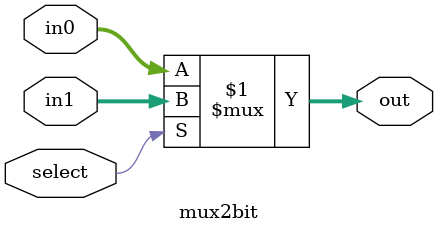
<source format=v>

module mux2bit(out, select, in0, in1);
    input select;
    input [31:0] in0, in1;
    output [31:0] out;

    assign out = select ? in1 : in0;

endmodule
</source>
